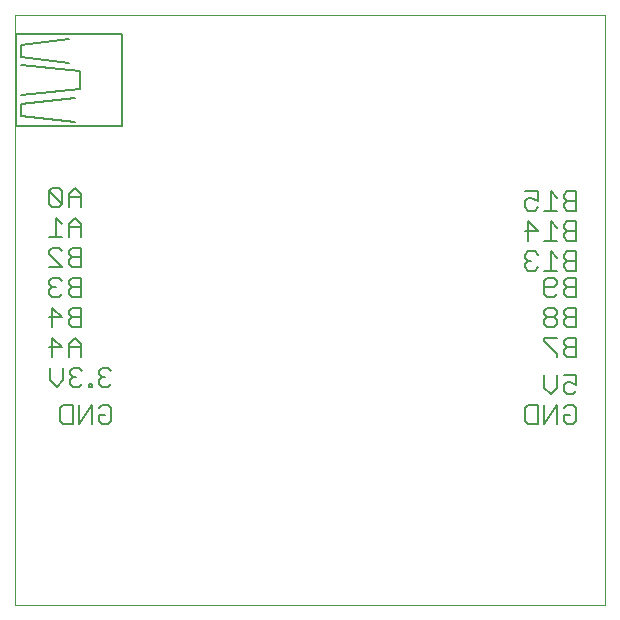
<source format=gbo>
G75*
%MOIN*%
%OFA0B0*%
%FSLAX25Y25*%
%IPPOS*%
%LPD*%
%AMOC8*
5,1,8,0,0,1.08239X$1,22.5*
%
%ADD10C,0.00000*%
%ADD11C,0.00600*%
%ADD12C,0.00500*%
D10*
X0011800Y0006800D02*
X0011800Y0203650D01*
X0208650Y0203650D01*
X0208650Y0006800D01*
X0011800Y0006800D01*
D11*
X0027906Y0067100D02*
X0026839Y0068168D01*
X0026839Y0072438D01*
X0027906Y0073505D01*
X0031109Y0073505D01*
X0031109Y0067100D01*
X0027906Y0067100D01*
X0033284Y0067100D02*
X0033284Y0073505D01*
X0037555Y0073505D02*
X0033284Y0067100D01*
X0037555Y0067100D02*
X0037555Y0073505D01*
X0039730Y0072438D02*
X0040797Y0073505D01*
X0042932Y0073505D01*
X0044000Y0072438D01*
X0044000Y0068168D01*
X0042932Y0067100D01*
X0040797Y0067100D01*
X0039730Y0068168D01*
X0039730Y0070303D01*
X0041865Y0070303D01*
X0040797Y0079600D02*
X0042932Y0079600D01*
X0044000Y0080668D01*
X0041865Y0082803D02*
X0040797Y0082803D01*
X0039730Y0081735D01*
X0039730Y0080668D01*
X0040797Y0079600D01*
X0040797Y0082803D02*
X0039730Y0083870D01*
X0039730Y0084938D01*
X0040797Y0086005D01*
X0042932Y0086005D01*
X0044000Y0084938D01*
X0037555Y0080668D02*
X0036487Y0080668D01*
X0036487Y0079600D01*
X0037555Y0079600D01*
X0037555Y0080668D01*
X0034332Y0080668D02*
X0033264Y0079600D01*
X0031129Y0079600D01*
X0030061Y0080668D01*
X0030061Y0081735D01*
X0031129Y0082803D01*
X0032197Y0082803D01*
X0031129Y0082803D02*
X0030061Y0083870D01*
X0030061Y0084938D01*
X0031129Y0086005D01*
X0033264Y0086005D01*
X0034332Y0084938D01*
X0034000Y0089600D02*
X0034000Y0093870D01*
X0031865Y0096005D01*
X0029730Y0093870D01*
X0029730Y0089600D01*
X0027886Y0086005D02*
X0027886Y0081735D01*
X0025751Y0079600D01*
X0023616Y0081735D01*
X0023616Y0086005D01*
X0024352Y0089600D02*
X0024352Y0096005D01*
X0027555Y0092803D01*
X0023284Y0092803D01*
X0029730Y0092803D02*
X0034000Y0092803D01*
X0034000Y0099600D02*
X0030797Y0099600D01*
X0029730Y0100668D01*
X0029730Y0101735D01*
X0030797Y0102803D01*
X0034000Y0102803D01*
X0034000Y0106005D02*
X0030797Y0106005D01*
X0029730Y0104938D01*
X0029730Y0103870D01*
X0030797Y0102803D01*
X0034000Y0099600D02*
X0034000Y0106005D01*
X0034000Y0109600D02*
X0030797Y0109600D01*
X0029730Y0110668D01*
X0029730Y0111735D01*
X0030797Y0112803D01*
X0034000Y0112803D01*
X0034000Y0116005D02*
X0030797Y0116005D01*
X0029730Y0114938D01*
X0029730Y0113870D01*
X0030797Y0112803D01*
X0034000Y0109600D02*
X0034000Y0116005D01*
X0034000Y0119600D02*
X0030797Y0119600D01*
X0029730Y0120668D01*
X0029730Y0121735D01*
X0030797Y0122803D01*
X0034000Y0122803D01*
X0034000Y0126005D02*
X0034000Y0119600D01*
X0030797Y0122803D02*
X0029730Y0123870D01*
X0029730Y0124938D01*
X0030797Y0126005D01*
X0034000Y0126005D01*
X0034000Y0129600D02*
X0034000Y0133870D01*
X0031865Y0136005D01*
X0029730Y0133870D01*
X0029730Y0129600D01*
X0027555Y0129600D02*
X0023284Y0129600D01*
X0025419Y0129600D02*
X0025419Y0136005D01*
X0027555Y0133870D01*
X0029730Y0132803D02*
X0034000Y0132803D01*
X0034000Y0139600D02*
X0034000Y0143870D01*
X0031865Y0146005D01*
X0029730Y0143870D01*
X0029730Y0139600D01*
X0027555Y0140668D02*
X0023284Y0144938D01*
X0023284Y0140668D01*
X0024352Y0139600D01*
X0026487Y0139600D01*
X0027555Y0140668D01*
X0027555Y0144938D01*
X0026487Y0146005D01*
X0024352Y0146005D01*
X0023284Y0144938D01*
X0029730Y0142803D02*
X0034000Y0142803D01*
X0026487Y0126005D02*
X0024352Y0126005D01*
X0023284Y0124938D01*
X0023284Y0123870D01*
X0027555Y0119600D01*
X0023284Y0119600D01*
X0024352Y0116005D02*
X0023284Y0114938D01*
X0023284Y0113870D01*
X0024352Y0112803D01*
X0023284Y0111735D01*
X0023284Y0110668D01*
X0024352Y0109600D01*
X0026487Y0109600D01*
X0027555Y0110668D01*
X0025419Y0112803D02*
X0024352Y0112803D01*
X0024352Y0116005D02*
X0026487Y0116005D01*
X0027555Y0114938D01*
X0027555Y0124938D02*
X0026487Y0126005D01*
X0024352Y0106005D02*
X0027555Y0102803D01*
X0023284Y0102803D01*
X0024352Y0106005D02*
X0024352Y0099600D01*
X0181839Y0119418D02*
X0182906Y0118350D01*
X0185041Y0118350D01*
X0186109Y0119418D01*
X0188284Y0118350D02*
X0192555Y0118350D01*
X0190419Y0118350D02*
X0190419Y0124755D01*
X0192555Y0122620D01*
X0194730Y0122620D02*
X0194730Y0123688D01*
X0195797Y0124755D01*
X0199000Y0124755D01*
X0199000Y0118350D01*
X0195797Y0118350D01*
X0194730Y0119418D01*
X0194730Y0120485D01*
X0195797Y0121553D01*
X0199000Y0121553D01*
X0195797Y0121553D02*
X0194730Y0122620D01*
X0195797Y0128350D02*
X0199000Y0128350D01*
X0199000Y0134755D01*
X0195797Y0134755D01*
X0194730Y0133688D01*
X0194730Y0132620D01*
X0195797Y0131553D01*
X0199000Y0131553D01*
X0195797Y0131553D02*
X0194730Y0130485D01*
X0194730Y0129418D01*
X0195797Y0128350D01*
X0192555Y0128350D02*
X0188284Y0128350D01*
X0190419Y0128350D02*
X0190419Y0134755D01*
X0192555Y0132620D01*
X0192555Y0138350D02*
X0188284Y0138350D01*
X0190419Y0138350D02*
X0190419Y0144755D01*
X0192555Y0142620D01*
X0194730Y0142620D02*
X0195797Y0141553D01*
X0199000Y0141553D01*
X0199000Y0144755D02*
X0199000Y0138350D01*
X0195797Y0138350D01*
X0194730Y0139418D01*
X0194730Y0140485D01*
X0195797Y0141553D01*
X0194730Y0142620D02*
X0194730Y0143688D01*
X0195797Y0144755D01*
X0199000Y0144755D01*
X0186109Y0144755D02*
X0186109Y0141553D01*
X0183974Y0142620D01*
X0182906Y0142620D01*
X0181839Y0141553D01*
X0181839Y0139418D01*
X0182906Y0138350D01*
X0185041Y0138350D01*
X0186109Y0139418D01*
X0182906Y0134755D02*
X0186109Y0131553D01*
X0181839Y0131553D01*
X0182906Y0134755D02*
X0182906Y0128350D01*
X0182906Y0124755D02*
X0181839Y0123688D01*
X0181839Y0122620D01*
X0182906Y0121553D01*
X0181839Y0120485D01*
X0181839Y0119418D01*
X0182906Y0121553D02*
X0183974Y0121553D01*
X0186109Y0123688D02*
X0185041Y0124755D01*
X0182906Y0124755D01*
X0189352Y0116005D02*
X0191487Y0116005D01*
X0192555Y0114938D01*
X0192555Y0113870D01*
X0191487Y0112803D01*
X0188284Y0112803D01*
X0188284Y0110668D02*
X0188284Y0114938D01*
X0189352Y0116005D01*
X0188284Y0110668D02*
X0189352Y0109600D01*
X0191487Y0109600D01*
X0192555Y0110668D01*
X0194730Y0110668D02*
X0195797Y0109600D01*
X0199000Y0109600D01*
X0199000Y0116005D01*
X0195797Y0116005D01*
X0194730Y0114938D01*
X0194730Y0113870D01*
X0195797Y0112803D01*
X0199000Y0112803D01*
X0195797Y0112803D02*
X0194730Y0111735D01*
X0194730Y0110668D01*
X0195797Y0106005D02*
X0194730Y0104938D01*
X0194730Y0103870D01*
X0195797Y0102803D01*
X0199000Y0102803D01*
X0199000Y0106005D02*
X0195797Y0106005D01*
X0195797Y0102803D02*
X0194730Y0101735D01*
X0194730Y0100668D01*
X0195797Y0099600D01*
X0199000Y0099600D01*
X0199000Y0106005D01*
X0192555Y0104938D02*
X0192555Y0103870D01*
X0191487Y0102803D01*
X0189352Y0102803D01*
X0188284Y0101735D01*
X0188284Y0100668D01*
X0189352Y0099600D01*
X0191487Y0099600D01*
X0192555Y0100668D01*
X0192555Y0101735D01*
X0191487Y0102803D01*
X0189352Y0102803D02*
X0188284Y0103870D01*
X0188284Y0104938D01*
X0189352Y0106005D01*
X0191487Y0106005D01*
X0192555Y0104938D01*
X0192555Y0096005D02*
X0188284Y0096005D01*
X0188284Y0094938D01*
X0192555Y0090668D01*
X0192555Y0089600D01*
X0194730Y0090668D02*
X0195797Y0089600D01*
X0199000Y0089600D01*
X0199000Y0096005D01*
X0195797Y0096005D01*
X0194730Y0094938D01*
X0194730Y0093870D01*
X0195797Y0092803D01*
X0199000Y0092803D01*
X0195797Y0092803D02*
X0194730Y0091735D01*
X0194730Y0090668D01*
X0194730Y0083505D02*
X0199000Y0083505D01*
X0199000Y0080303D01*
X0196865Y0081370D01*
X0195797Y0081370D01*
X0194730Y0080303D01*
X0194730Y0078168D01*
X0195797Y0077100D01*
X0197932Y0077100D01*
X0199000Y0078168D01*
X0197932Y0073505D02*
X0195797Y0073505D01*
X0194730Y0072438D01*
X0194730Y0070303D02*
X0196865Y0070303D01*
X0194730Y0070303D02*
X0194730Y0068168D01*
X0195797Y0067100D01*
X0197932Y0067100D01*
X0199000Y0068168D01*
X0199000Y0072438D01*
X0197932Y0073505D01*
X0192555Y0073505D02*
X0188284Y0067100D01*
X0188284Y0073505D01*
X0186109Y0073505D02*
X0182906Y0073505D01*
X0181839Y0072438D01*
X0181839Y0068168D01*
X0182906Y0067100D01*
X0186109Y0067100D01*
X0186109Y0073505D01*
X0190419Y0077100D02*
X0188284Y0079235D01*
X0188284Y0083505D01*
X0192555Y0083505D02*
X0192555Y0079235D01*
X0190419Y0077100D01*
X0192555Y0073505D02*
X0192555Y0067100D01*
X0186109Y0144755D02*
X0181839Y0144755D01*
D12*
X0047469Y0166446D02*
X0012036Y0166446D01*
X0012036Y0197154D01*
X0047469Y0197154D01*
X0047469Y0166446D01*
X0033690Y0178847D02*
X0014005Y0176879D01*
X0014005Y0173926D02*
X0031721Y0175894D01*
X0033690Y0178847D02*
X0033690Y0184753D01*
X0014005Y0186721D01*
X0014005Y0189674D02*
X0029753Y0187706D01*
X0029753Y0195580D02*
X0014005Y0193611D01*
X0014005Y0189674D01*
X0014005Y0173926D02*
X0014005Y0169989D01*
X0031721Y0168020D01*
M02*

</source>
